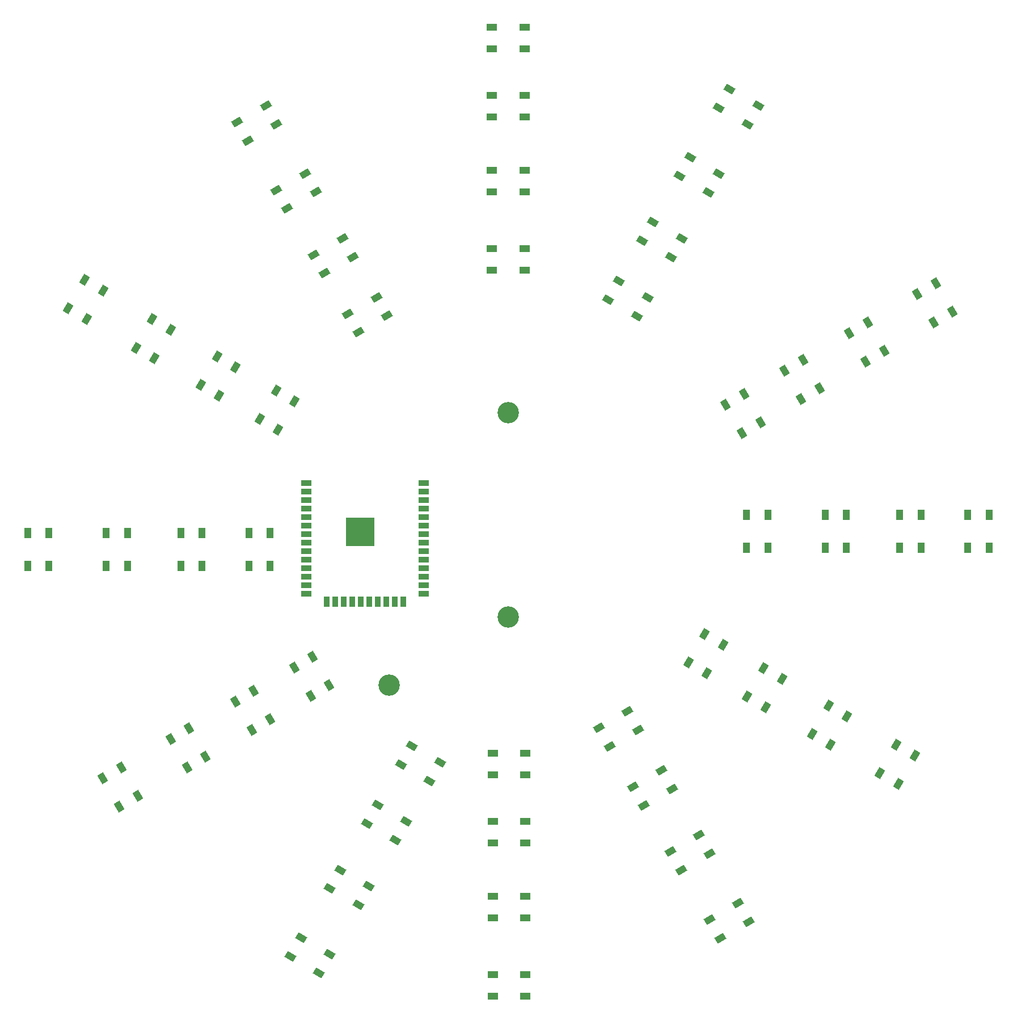
<source format=gbr>
%TF.GenerationSoftware,KiCad,Pcbnew,8.0.1*%
%TF.CreationDate,2024-04-03T22:21:12+02:00*%
%TF.ProjectId,LEDTischLampe,4c454454-6973-4636-984c-616d70652e6b,rev?*%
%TF.SameCoordinates,Original*%
%TF.FileFunction,Soldermask,Top*%
%TF.FilePolarity,Negative*%
%FSLAX46Y46*%
G04 Gerber Fmt 4.6, Leading zero omitted, Abs format (unit mm)*
G04 Created by KiCad (PCBNEW 8.0.1) date 2024-04-03 22:21:12*
%MOMM*%
%LPD*%
G01*
G04 APERTURE LIST*
G04 Aperture macros list*
%AMRotRect*
0 Rectangle, with rotation*
0 The origin of the aperture is its center*
0 $1 length*
0 $2 width*
0 $3 Rotation angle, in degrees counterclockwise*
0 Add horizontal line*
21,1,$1,$2,0,0,$3*%
G04 Aperture macros list end*
%ADD10RotRect,1.500000X1.000000X210.000000*%
%ADD11RotRect,1.500000X1.000000X120.000000*%
%ADD12R,1.000000X1.500000*%
%ADD13RotRect,1.500000X1.000000X330.000000*%
%ADD14RotRect,1.500000X1.000000X150.000000*%
%ADD15C,3.200000*%
%ADD16RotRect,1.500000X1.000000X240.000000*%
%ADD17RotRect,1.500000X1.000000X30.000000*%
%ADD18R,1.500000X1.000000*%
%ADD19RotRect,1.500000X1.000000X60.000000*%
%ADD20R,1.500000X0.900000*%
%ADD21R,0.900000X1.500000*%
%ADD22C,0.475000*%
%ADD23R,4.200000X4.200000*%
%ADD24RotRect,1.500000X1.000000X300.000000*%
G04 APERTURE END LIST*
D10*
%TO.C,D6*%
X105579999Y-55153561D03*
X107179999Y-57924843D03*
X111423523Y-55474843D03*
X109823523Y-52703561D03*
%TD*%
D11*
%TO.C,D5*%
X169817621Y-75936476D03*
X167046339Y-77536476D03*
X169496339Y-81780000D03*
X172267621Y-80180000D03*
%TD*%
D12*
%TO.C,D8*%
X170180002Y-98880000D03*
X173380002Y-98880000D03*
X173380002Y-93980000D03*
X170180002Y-93980000D03*
%TD*%
D13*
%TO.C,D6*%
X117780000Y-142471282D03*
X119380000Y-139700000D03*
X115136476Y-137250000D03*
X113536476Y-140021282D03*
%TD*%
D12*
%TO.C,D5*%
X95860001Y-101600000D03*
X99060001Y-101600000D03*
X99060001Y-96700000D03*
X95860001Y-96700000D03*
%TD*%
D13*
%TO.C,D7*%
X112200000Y-152136124D03*
X113800000Y-149364842D03*
X109556476Y-146914842D03*
X107956476Y-149686124D03*
%TD*%
D14*
%TO.C,D8*%
X167640000Y-30480000D03*
X166040000Y-33251282D03*
X170283524Y-35701282D03*
X171883524Y-32930000D03*
%TD*%
D12*
%TO.C,D5*%
X203200001Y-98879999D03*
X206400001Y-98879999D03*
X206400001Y-93979999D03*
X203200001Y-93979999D03*
%TD*%
D15*
%TO.C,H2*%
X134620000Y-109220000D03*
%TD*%
%TO.C,H4*%
X116840000Y-119380000D03*
%TD*%
D16*
%TO.C,D7*%
X79003876Y-69020000D03*
X81775158Y-70620000D03*
X84225158Y-66376476D03*
X81453876Y-64776476D03*
%TD*%
D17*
%TO.C,D5*%
X153999999Y-126052463D03*
X152399999Y-123281181D03*
X148156475Y-125731181D03*
X149756475Y-128502463D03*
%TD*%
D18*
%TO.C,D6*%
X137070000Y-34620000D03*
X137070000Y-31420000D03*
X132170000Y-31420000D03*
X132170000Y-34620000D03*
%TD*%
%TO.C,D7*%
X137160000Y-154059999D03*
X137160000Y-150859999D03*
X132260000Y-150859999D03*
X132260000Y-154059999D03*
%TD*%
D10*
%TO.C,D8*%
X94150000Y-35356222D03*
X95750000Y-38127504D03*
X99993524Y-35677504D03*
X98393524Y-32906222D03*
%TD*%
D12*
%TO.C,D6*%
X85700000Y-101600000D03*
X88900000Y-101600000D03*
X88900000Y-96700000D03*
X85700000Y-96700000D03*
%TD*%
D11*
%TO.C,D7*%
X188281282Y-65276476D03*
X185510000Y-66876476D03*
X187960000Y-71120000D03*
X190731282Y-69520000D03*
%TD*%
D16*
%TO.C,D5*%
X97467537Y-79680000D03*
X100238819Y-81280000D03*
X102688819Y-77036476D03*
X99917537Y-75436476D03*
%TD*%
D10*
%TO.C,D5*%
X110660000Y-63952380D03*
X112260000Y-66723662D03*
X116503524Y-64273662D03*
X114903524Y-61502380D03*
%TD*%
D19*
%TO.C,D8*%
X195288621Y-129869999D03*
X192517339Y-128269999D03*
X190067339Y-132513523D03*
X192838621Y-134113523D03*
%TD*%
D16*
%TO.C,D6*%
X88668718Y-74600000D03*
X91440000Y-76200000D03*
X93890000Y-71956476D03*
X91118718Y-70356476D03*
%TD*%
%TO.C,D8*%
X68871379Y-63170001D03*
X71642661Y-64770001D03*
X74092661Y-60526477D03*
X71321379Y-58926477D03*
%TD*%
D20*
%TO.C,U1*%
X104452500Y-89180000D03*
X104452500Y-90450000D03*
X104452500Y-91720000D03*
X104452500Y-92990000D03*
X104452500Y-94260000D03*
X104452500Y-95530000D03*
X104452500Y-96800000D03*
X104452500Y-98070000D03*
X104452500Y-99340000D03*
X104452500Y-100610000D03*
X104452500Y-101880000D03*
X104452500Y-103150000D03*
X104452500Y-104420000D03*
X104452500Y-105690000D03*
D21*
X107492500Y-106940000D03*
X108762500Y-106940000D03*
X110032500Y-106940000D03*
X111302500Y-106940000D03*
X112572500Y-106940000D03*
X113842500Y-106940000D03*
X115112500Y-106940000D03*
X116382500Y-106940000D03*
X117652500Y-106940000D03*
X118922500Y-106940000D03*
D20*
X121952500Y-105690000D03*
X121952500Y-104420000D03*
X121952500Y-103150000D03*
X121952500Y-101880000D03*
X121952500Y-100610000D03*
X121952500Y-99340000D03*
X121952500Y-98070000D03*
X121952500Y-96800000D03*
X121952500Y-95530000D03*
X121952500Y-94260000D03*
X121952500Y-92990000D03*
X121952500Y-91720000D03*
X121952500Y-90450000D03*
X121952500Y-89180000D03*
D22*
X110997500Y-95757500D03*
X110997500Y-97282500D03*
X111760000Y-94995000D03*
X111760000Y-96520000D03*
X111760000Y-98045000D03*
X112522500Y-95757500D03*
D23*
X112522500Y-96520000D03*
D22*
X112522500Y-97282500D03*
X113285000Y-94995000D03*
X113285000Y-96520000D03*
X113285000Y-98045000D03*
X114047500Y-95757500D03*
X114047500Y-97282500D03*
%TD*%
D18*
%TO.C,D5*%
X137070000Y-24460000D03*
X137070000Y-21260000D03*
X132170000Y-21260000D03*
X132170000Y-24460000D03*
%TD*%
D19*
%TO.C,D7*%
X185156124Y-124020000D03*
X182384842Y-122420000D03*
X179934842Y-126663524D03*
X182706124Y-128263524D03*
%TD*%
D18*
%TO.C,D7*%
X137070000Y-45780000D03*
X137070000Y-42580000D03*
X132170000Y-42580000D03*
X132170000Y-45780000D03*
%TD*%
D14*
%TO.C,D5*%
X151130001Y-59076158D03*
X149530001Y-61847440D03*
X153773525Y-64297440D03*
X155373525Y-61526158D03*
%TD*%
D13*
%TO.C,D8*%
X106350001Y-162268621D03*
X107950001Y-159497339D03*
X103706477Y-157047339D03*
X102106477Y-159818621D03*
%TD*%
D11*
%TO.C,D6*%
X178616439Y-70856475D03*
X175845157Y-72456475D03*
X178295157Y-76699999D03*
X181066439Y-75099999D03*
%TD*%
D19*
%TO.C,D5*%
X166692463Y-113360000D03*
X163921181Y-111760000D03*
X161471181Y-116003524D03*
X164242463Y-117603524D03*
%TD*%
D11*
%TO.C,D8*%
X198413779Y-59426476D03*
X195642497Y-61026476D03*
X198092497Y-65270000D03*
X200863779Y-63670000D03*
%TD*%
D17*
%TO.C,D7*%
X164659999Y-144516124D03*
X163059999Y-141744842D03*
X158816475Y-144194842D03*
X160416475Y-146966124D03*
%TD*%
D12*
%TO.C,D8*%
X62840002Y-101600000D03*
X66040002Y-101600000D03*
X66040002Y-96700000D03*
X62840002Y-96700000D03*
%TD*%
D14*
%TO.C,D6*%
X156210000Y-50277340D03*
X154610000Y-53048622D03*
X158853524Y-55498622D03*
X160453524Y-52727340D03*
%TD*%
D18*
%TO.C,D5*%
X137160000Y-132739999D03*
X137160000Y-129539999D03*
X132260000Y-129539999D03*
X132260000Y-132739999D03*
%TD*%
D24*
%TO.C,D5*%
X105087537Y-120979999D03*
X107858819Y-119379999D03*
X105408819Y-115136475D03*
X102637537Y-116736475D03*
%TD*%
D15*
%TO.C,H3*%
X134620000Y-78740000D03*
%TD*%
D24*
%TO.C,D8*%
X76491379Y-137489999D03*
X79262661Y-135889999D03*
X76812661Y-131646475D03*
X74041379Y-133246475D03*
%TD*%
D13*
%TO.C,D5*%
X122860000Y-133672463D03*
X124460000Y-130901181D03*
X120216476Y-128451181D03*
X118616476Y-131222463D03*
%TD*%
D18*
%TO.C,D6*%
X137160000Y-142900000D03*
X137160000Y-139700000D03*
X132260000Y-139700000D03*
X132260000Y-142900000D03*
%TD*%
D24*
%TO.C,D6*%
X96288718Y-126060000D03*
X99060000Y-124460000D03*
X96610000Y-120216476D03*
X93838718Y-121816476D03*
%TD*%
D12*
%TO.C,D6*%
X193040000Y-98880000D03*
X196240000Y-98880000D03*
X196240000Y-93980000D03*
X193040000Y-93980000D03*
%TD*%
D18*
%TO.C,D8*%
X137070000Y-57480000D03*
X137070000Y-54280000D03*
X132170000Y-54280000D03*
X132170000Y-57480000D03*
%TD*%
D17*
%TO.C,D6*%
X159080000Y-134851282D03*
X157480000Y-132080000D03*
X153236476Y-134530000D03*
X154836476Y-137301282D03*
%TD*%
D12*
%TO.C,D7*%
X74540001Y-101600000D03*
X77740001Y-101600000D03*
X77740001Y-96700000D03*
X74540001Y-96700000D03*
%TD*%
D17*
%TO.C,D8*%
X170509999Y-154648621D03*
X168909999Y-151877339D03*
X164666475Y-154327339D03*
X166266475Y-157098621D03*
%TD*%
D24*
%TO.C,D7*%
X86623876Y-131639999D03*
X89395158Y-130039999D03*
X86945158Y-125796475D03*
X84173876Y-127396475D03*
%TD*%
D12*
%TO.C,D7*%
X181880001Y-98879999D03*
X185080001Y-98879999D03*
X185080001Y-93979999D03*
X181880001Y-93979999D03*
%TD*%
D18*
%TO.C,D8*%
X137160000Y-165759998D03*
X137160000Y-162559998D03*
X132260000Y-162559998D03*
X132260000Y-165759998D03*
%TD*%
D19*
%TO.C,D6*%
X175491282Y-118440000D03*
X172720000Y-116840000D03*
X170270000Y-121083524D03*
X173041282Y-122683524D03*
%TD*%
D10*
%TO.C,D7*%
X100000000Y-45488718D03*
X101600000Y-48260000D03*
X105843524Y-45810000D03*
X104243524Y-43038718D03*
%TD*%
D14*
%TO.C,D7*%
X161790000Y-40612497D03*
X160190000Y-43383779D03*
X164433524Y-45833779D03*
X166033524Y-43062497D03*
%TD*%
M02*

</source>
